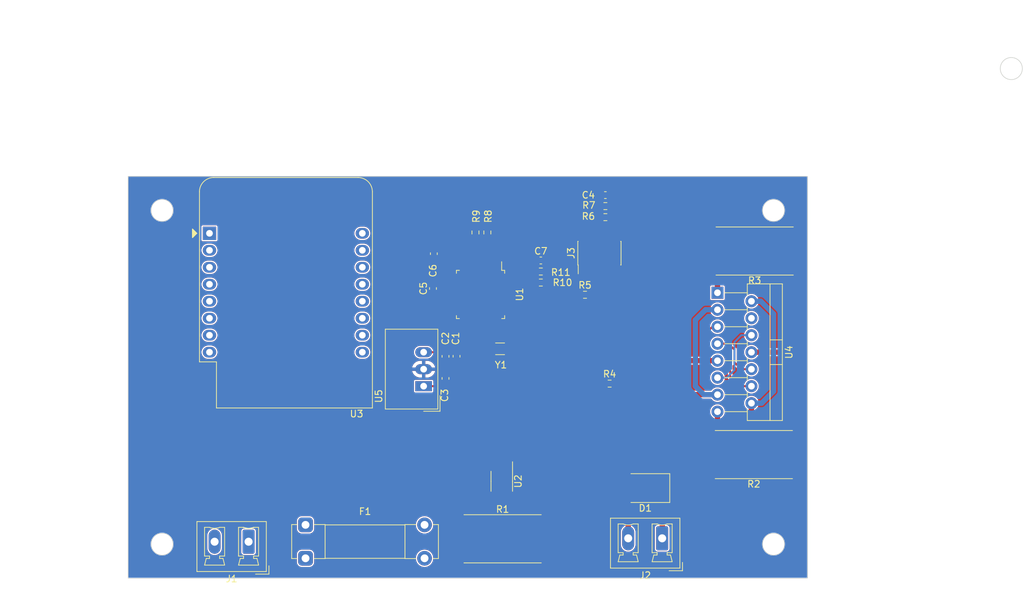
<source format=kicad_pcb>
(kicad_pcb (version 20221018) (generator pcbnew)
  (layers (0 "F.Cu" signal) (31 "B.Cu" signal) (34 "B.Paste" user) (35 "F.Paste" user) (36 "B.SilkS" user "B.Silkscreen") (37 "F.SilkS" user "F.Silkscreen") (38 "B.Mask" user) (39 "F.Mask" user) (44 "Edge.Cuts" user))
  (net 0 "")
  (net 1 "GND")
  (net 2 "/POWER/POWER_IN_POS")
  (net 3 "Net-(U4-SENSE_B)")
  (net 4 "Net-(U4-SENSE_A)")
  (net 5 "+5V")
  (net 6 "/uC/~{AVR_RERSET}")
  (net 7 "+3.3V")
  (net 8 "/POWER/POWER_IN_NEG")
  (net 12 "/uC/AVR_UPDI")
  (net 14 "Net-(J3-Pin_6)")
  (net 19 "Net-(U1-VDD-Pad14)")
  (net 20 "Net-(U1-GND-Pad15)")
  (net 35 "/uC/I2C_1_SDA")
  (net 36 "/uC/I2C_1_SCL")
  (net 37 "/uC/UART_0_RXD")
  (net 38 "/uC/UART_0_XCK")
  (net 39 "/uC/UART_0_XDIR")
  (net 40 "/uC/UART_3_TXD")
  (net 41 "/uC/UART_3_RXD")
  (net 42 "/uC/SPI_0_MOSI")
  (net 43 "/uC/SPI_0_MISO")
  (net 44 "/uC/SPI_0_SCLK")
  (net 45 "/uC/SPI_0_CS")
  (net 48 "Net-(U1-XTAL32K1{slash}PF0)")
  (net 49 "Net-(U1-XTAL32K2{slash}PF1)")
  (net 50 "/uC/AIN_CH_18")
  (net 51 "/POWER_OUTPUT/LOOP_B")
  (net 52 "/POWER_OUTPUT/LOOP_A")
  (net 53 "/POWER_OUTPUT/IN_1")
  (net 54 "/POWER_OUTPUT/{slash}ALERT")
  (net 55 "/POWER_OUTPUT/SDA")
  (net 56 "/POWER_OUTPUT/SCL")
  (net 57 "/POWER_OUTPUT/EN")
  (net 58 "/POWER_OUTPUT/IN_2")
  (net 59 "/uC/AIN_CH_19")
  (net 60 "/uC/AIN_CH_20")
  (net 75 "/uC/AIN_CH_21")
  (net 76 "/uC/UART_0_TXD")
  (net 77 "Net-(U2-Vbus)")
  (net 78 "Net-(U2-Vin-)")
  (footprint "Resistor_SMD:R_0603_1608Metric" (layer "F.Cu") (at 117.221 62.611 90)
    (fp_text reference "R8" (at 2.413 0.127 90) (layer "F.SilkS"))
    (fp_text value "4k7")
    (fp_line (start -0.237258 -0.5225) (end 0.237258 -0.5225) (stroke (width 0.12)) (layer "F.SilkS"))
    (fp_line (start -0.237258 0.5225) (end 0.237258 0.5225) (stroke (width 0.12)) (layer "F.SilkS"))
    (pad "1" smd roundrect (at -0.825 0 90) (size 0.8 0.95) (layers "F.Cu" "F.Paste" "F.Mask") (net 35 "/uC/I2C_1_SDA"))
    (pad "2" smd roundrect (at 0.825 0 90) (size 0.8 0.95) (layers "F.Cu" "F.Paste" "F.Mask") (net 7 "+3.3V"))
  )
  (footprint "Package_QFP:TQFP-48_7x7mm_P0.5mm" (layer "F.Cu") (at 116.205 71.882 -90)
    (fp_text reference "U1" (at 0 -5.85 90) (layer "F.SilkS"))
    (fp_text value "AVR128DA48x-xPT")
    (fp_line (start -3.61 -3.61) (end -3.61 -3.16) (stroke (width 0.12)) (layer "F.SilkS"))
    (fp_line (start -3.61 -3.16) (end -4.9 -3.16) (stroke (width 0.12)) (layer "F.SilkS"))
    (fp_line (start -3.61 3.61) (end -3.61 3.16) (stroke (width 0.12)) (layer "F.SilkS"))
    (fp_line (start -3.16 -3.61) (end -3.61 -3.61) (stroke (width 0.12)) (layer "F.SilkS"))
    (fp_line (start -3.16 3.61) (end -3.61 3.61) (stroke (width 0.12)) (layer "F.SilkS"))
    (fp_line (start 3.16 -3.61) (end 3.61 -3.61) (stroke (width 0.12)) (layer "F.SilkS"))
    (fp_line (start 3.16 3.61) (end 3.61 3.61) (stroke (width 0.12)) (layer "F.SilkS"))
    (fp_line (start 3.61 -3.61) (end 3.61 -3.16) (stroke (width 0.12)) (layer "F.SilkS"))
    (fp_line (start 3.61 3.61) (end 3.61 3.16) (stroke (width 0.12)) (layer "F.SilkS"))
    (pad "1" smd roundrect (at -4.1625 -2.75 270) (size 1.475 0.3) (layers "F.Cu" "F.Paste" "F.Mask") (net 37 "/uC/UART_0_RXD"))
    (pad "2" smd roundrect (at -4.1625 -2.25 270) (size 1.475 0.3) (layers "F.Cu" "F.Paste" "F.Mask") (net 38 "/uC/UART_0_XCK"))
    (pad "3" smd roundrect (at -4.1625 -1.75 270) (size 1.475 0.3) (layers "F.Cu" "F.Paste" "F.Mask") (net 39 "/uC/UART_0_XDIR"))
    (pad "4" smd roundrect (at -4.1625 -1.25 270) (size 1.475 0.3) (layers "F.Cu" "F.Paste" "F.Mask"))
    (pad "5" smd roundrect (at -4.1625 -0.75 270) (size 1.475 0.3) (layers "F.Cu" "F.Paste" "F.Mask"))
    (pad "6" smd roundrect (at -4.1625 -0.25 270) (size 1.475 0.3) (layers "F.Cu" "F.Paste" "F.Mask") (net 35 "/uC/I2C_1_SDA"))
    (pad "7" smd roundrect (at -4.1625 0.25 270) (size 1.475 0.3) (layers "F.Cu" "F.Paste" "F.Mask") (net 36 "/uC/I2C_1_SCL"))
    (pad "8" smd roundrect (at -4.1625 0.75 270) (size 1.475 0.3) (layers "F.Cu" "F.Paste" "F.Mask") (net 40 "/uC/UART_3_TXD"))
    (pad "9" smd roundrect (at -4.1625 1.25 270) (size 1.475 0.3) (layers "F.Cu" "F.Paste" "F.Mask") (net 41 "/uC/UART_3_RXD"))
    (pad "10" smd roundrect (at -4.1625 1.75 270) (size 1.475 0.3) (layers "F.Cu" "F.Paste" "F.Mask") (net 57 "/POWER_OUTPUT/EN"))
    (pad "11" smd roundrect (at -4.1625 2.25 270) (size 1.475 0.3) (layers "F.Cu" "F.Paste" "F.Mask") (net 54 "/POWER_OUTPUT/{slash}ALERT"))
    (pad "12" smd roundrect (at -4.1625 2.75 270) (size 1.475 0.3) (layers "F.Cu" "F.Paste" "F.Mask"))
    (pad "13" smd roundrect (at -2.75 4.1625 270) (size 0.3 1.475) (layers "F.Cu" "F.Paste" "F.Mask"))
    (pad "14" smd roundrect (at -2.25 4.1625 270) (size 0.3 1.475) (layers "F.Cu" "F.Paste" "F.Mask") (net 19 "Net-(U1-VDD-Pad14)"))
    (pad "15" smd roundrect (at -1.75 4.1625 270) (size 0.3 1.475) (layers "F.Cu" "F.Paste" "F.Mask") (net 20 "Net-(U1-GND-Pad15)"))
    (pad "16" smd roundrect (at -1.25 4.1625 270) (size 0.3 1.475) (layers "F.Cu" "F.Paste" "F.Mask"))
    (pad "17" smd roundrect (at -0.75 4.1625 270) (size 0.3 1.475) (layers "F.Cu" "F.Paste" "F.Mask"))
    (pad "18" smd roundrect (at -0.25 4.1625 270) (size 0.3 1.475) (layers "F.Cu" "F.Paste" "F.Mask"))
    (pad "19" smd roundrect (at 0.25 4.1625 270) (size 0.3 1.475) (layers "F.Cu" "F.Paste" "F.Mask"))
    (pad "20" smd roundrect (at 0.75 4.1625 270) (size 0.3 1.475) (layers "F.Cu" "F.Paste" "F.Mask"))
    (pad "21" smd roundrect (at 1.25 4.1625 270) (size 0.3 1.475) (layers "F.Cu" "F.Paste" "F.Mask"))
    (pad "22" smd roundrect (at 1.75 4.1625 270) (size 0.3 1.475) (layers "F.Cu" "F.Paste" "F.Mask"))
    (pad "23" smd roundrect (at 2.25 4.1625 270) (size 0.3 1.475) (layers "F.Cu" "F.Paste" "F.Mask"))
    (pad "24" smd roundrect (at 2.75 4.1625 270) (size 0.3 1.475) (layers "F.Cu" "F.Paste" "F.Mask"))
    (pad "25" smd roundrect (at 4.1625 2.75 270) (size 1.475 0.3) (layers "F.Cu" "F.Paste" "F.Mask"))
    (pad "26" smd roundrect (at 4.1625 2.25 270) (size 1.475 0.3) (layers "F.Cu" "F.Paste" "F.Mask"))
    (pad "27" smd roundrect (at 4.1625 1.75 270) (size 1.475 0.3) (layers "F.Cu" "F.Paste" "F.Mask"))
    (pad "28" smd roundrect (at 4.1625 1.25 270) (size 1.475 0.3) (layers "F.Cu" "F.Paste" "F.Mask"))
    (pad "29" smd roundrect (at 4.1625 0.75 270) (size 1.475 0.3) (layers "F.Cu" "F.Paste" "F.Mask") (net 20 "Net-(U1-GND-Pad15)"))
    (pad "30" smd roundrect (at 4.1625 0.25 270) (size 1.475 0.3) (layers "F.Cu" "F.Paste" "F.Mask") (net 42 "/uC/SPI_0_MOSI"))
    (pad "31" smd roundrect (at 4.1625 -0.25 270) (size 1.475 0.3) (layers "F.Cu" "F.Paste" "F.Mask") (net 43 "/uC/SPI_0_MISO"))
    (pad "32" smd roundrect (at 4.1625 -0.75 270) (size 1.475 0.3) (layers "F.Cu" "F.Paste" "F.Mask") (net 44 "/uC/SPI_0_SCLK"))
    (pad "33" smd roundrect (at 4.1625 -1.25 270) (size 1.475 0.3) (layers "F.Cu" "F.Paste" "F.Mask") (net 45 "/uC/SPI_0_CS"))
    (pad "34" smd roundrect (at 4.1625 -1.75 270) (size 1.475 0.3) (layers "F.Cu" "F.Paste" "F.Mask") (net 48 "Net-(U1-XTAL32K1{slash}PF0)"))
    (pad "35" smd roundrect (at 4.1625 -2.25 270) (size 1.475 0.3) (layers "F.Cu" "F.Paste" "F.Mask") (net 49 "Net-(U1-XTAL32K2{slash}PF1)"))
    (pad "36" smd roundrect (at 4.1625 -2.75 270) (size 1.475 0.3) (layers "F.Cu" "F.Paste" "F.Mask") (net 50 "/uC/AIN_CH_18"))
    (pad "37" smd roundrect (at 2.75 -4.1625 270) (size 0.3 1.475) (layers "F.Cu" "F.Paste" "F.Mask") (net 59 "/uC/AIN_CH_19"))
    (pad "38" smd roundrect (at 2.25 -4.1625 270) (size 0.3 1.475) (layers "F.Cu" "F.Paste" "F.Mask") (net 60 "/uC/AIN_CH_20"))
    (pad "39" smd roundrect (at 1.75 -4.1625 270) (size 0.3 1.475) (layers "F.Cu" "F.Paste" "F.Mask") (net 75 "/uC/AIN_CH_21"))
    (pad "40" smd roundrect (at 1.25 -4.1625 270) (size 0.3 1.475) (layers "F.Cu" "F.Paste" "F.Mask") (net 6 "/uC/~{AVR_RERSET}"))
    (pad "41" smd roundrect (at 0.75 -4.1625 270) (size 0.3 1.475) (layers "F.Cu" "F.Paste" "F.Mask") (net 12 "/uC/AVR_UPDI"))
    (pad "42" smd roundrect (at 0.25 -4.1625 270) (size 0.3 1.475) (layers "F.Cu" "F.Paste" "F.Mask") (net 19 "Net-(U1-VDD-Pad14)"))
    (pad "43" smd roundrect (at -0.25 -4.1625 270) (size 0.3 1.475) (layers "F.Cu" "F.Paste" "F.Mask") (net 20 "Net-(U1-GND-Pad15)"))
    (pad "44" smd roundrect (at -0.75 -4.1625 270) (size 0.3 1.475) (layers "F.Cu" "F.Paste" "F.Mask"))
    (pad "45" smd roundrect (at -1.25 -4.1625 270) (size 0.3 1.475) (layers "F.Cu" "F.Paste" "F.Mask"))
    (pad "46" smd roundrect (at -1.75 -4.1625 270) (size 0.3 1.475) (layers "F.Cu" "F.Paste" "F.Mask") (net 55 "/POWER_OUTPUT/SDA"))
    (pad "47" smd roundrect (at -2.25 -4.1625 270) (size 0.3 1.475) (layers "F.Cu" "F.Paste" "F.Mask") (net 56 "/POWER_OUTPUT/SCL"))
    (pad "48" smd roundrect (at -2.75 -4.1625 270) (size 0.3 1.475) (layers "F.Cu" "F.Paste" "F.Mask") (net 76 "/uC/UART_0_TXD"))
  )
  (footprint "Converter_DCDC:Converter_DCDC_TRACO_TSR-1_THT" (layer "F.Cu") (at 107.696 85.598 90)
    (fp_text reference "U5" (at -1.5 -6.71 90) (layer "F.SilkS"))
    (fp_text value "TSR_1-2450")
    (fp_line (start -3.75 0) (end -3.75 2.45) (stroke (width 0.12)) (layer "F.SilkS"))
    (fp_line (start -3.75 2.45) (end -1.42 2.45) (stroke (width 0.12)) (layer "F.SilkS"))
    (fp_line (start -3.42 -5.73) (end 8.52 -5.73) (stroke (width 0.12)) (layer "F.SilkS"))
    (fp_line (start -3.42 2.12) (end -3.42 -5.73) (stroke (width 0.12)) (layer "F.SilkS"))
    (fp_line (start 8.52 -5.73) (end 8.52 2.12) (stroke (width 0.12)) (layer "F.SilkS"))
    (fp_line (start 8.52 2.12) (end -3.42 2.12) (stroke (width 0.12)) (layer "F.SilkS"))
    (pad "1" thru_hole rect (at 0 0 90) (size 1.5 2.5) (drill 1) (layers "*.Cu" "*.Mask") (net 2 "/POWER/POWER_IN_POS"))
    (pad "2" thru_hole oval (at 2.54 0 90) (size 1.5 2.5) (drill 1) (layers "*.Cu" "*.Mask") (net 1 "GND"))
    (pad "3" thru_hole oval (at 5.08 0 90) (size 1.5 2.5) (drill 1) (layers "*.Cu" "*.Mask") (net 5 "+5V"))
  )
  (footprint "Package_TO_SOT_THT:TO-220-15_P2.54x2.54mm_StaggerOdd_Lead4.58mm_Vertical" (layer "F.Cu") (at 151.638 71.628 -90)
    (fp_text reference "U4" (at 8.89 -10.7 90) (layer "F.SilkS"))
    (fp_text value "L298N")
    (fp_line (start -1.33 -9.7) (end -1.33 -4.459) (stroke (width 0.12)) (layer "F.SilkS"))
    (fp_line (start -1.33 -9.7) (end 19.11 -9.7) (stroke (width 0.12)) (layer "F.SilkS"))
    (fp_line (start -1.33 -7.86) (end 19.11 -7.86) (stroke (width 0.12)) (layer "F.SilkS"))
    (fp_line (start -1.33 -4.459) (end 0.346 -4.459) (stroke (width 0.12)) (layer "F.SilkS"))
    (fp_line (start 0 -4.459) (end 0 -1.05) (stroke (width 0.12)) (layer "F.SilkS"))
    (fp_line (start 2.195 -4.459) (end 2.886 -4.459) (stroke (width 0.12)) (layer "F.SilkS"))
    (fp_line (start 2.54 -4.459) (end 2.54 -1.065) (stroke (width 0.12)) (layer "F.SilkS"))
    (fp_line (start 4.735 -4.459) (end 5.426 -4.459) (stroke (width 0.12)) (layer "F.SilkS"))
    (fp_line (start 5.08 -4.459) (end 5.08 -1.065) (stroke (width 0.12)) (layer "F.SilkS"))
    (fp_line (start 7.041 -9.7) (end 7.041 -7.86) (stroke (width 0.12)) (layer "F.SilkS"))
    (fp_line (start 7.275 -4.459) (end 7.966 -4.459) (stroke (width 0.12)) (layer "F.SilkS"))
    (fp_line (start 7.62 -4.459) (end 7.62 -1.065) (stroke (width 0.12)) (layer "F.SilkS"))
    (fp_line (start 9.815 -4.459) (end 10.506 -4.459) (stroke (width 0.12)) (layer "F.SilkS"))
    (fp_line (start 10.16 -4.459) (end 10.16 -1.065) (stroke (width 0.12)) (layer "F.SilkS"))
    (fp_line (start 10.74 -9.7) (end 10.74 -7.86) (stroke (width 0.12)) (layer "F.SilkS"))
    (fp_line (start 12.355 -4.459) (end 13.046 -4.459) (stroke (width 0.12)) (layer "F.SilkS"))
    (fp_line (start 12.7 -4.459) (end 12.7 -1.065) (stroke (width 0.12)) (layer "F.SilkS"))
    (fp_line (start 14.895 -4.459) (end 15.586 -4.459) (stroke (width 0.12)) (layer "F.SilkS"))
    (fp_line (start 15.24 -4.459) (end 15.24 -1.065) (stroke (width 0.12)) (layer "F.SilkS"))
    (fp_line (start 17.435 -4.459) (end 19.11 -4.459) (stroke (width 0.12)) (layer "F.SilkS"))
    (fp_line (start 17.78 -4.459) (end 17.78 -1.065) (stroke (width 0.12)) (layer "F.SilkS"))
    (fp_line (start 19.11 -9.7) (end 19.11 -4.459) (stroke (width 0.12)) (layer "F.SilkS"))
    (pad "1" thru_hole rect (at 0 0 270) (size 1.8 1.8) (drill 1) (layers "*.Cu" "*.Mask") (net 4 "Net-(U4-SENSE_A)"))
    (pad "2" thru_hole oval (at 1.27 -5.08 270) (size 1.8 1.8) (drill 1) (layers "*.Cu" "*.Mask") (net 52 "/POWER_OUTPUT/LOOP_A"))
    (pad "3" thru_hole oval (at 2.54 0 270) (size 1.8 1.8) (drill 1) (layers "*.Cu" "*.Mask") (net 51 "/POWER_OUTPUT/LOOP_B"))
    (pad "4" thru_hole oval (at 3.81 -5.08 270) (size 1.8 1.8) (drill 1) (layers "*.Cu" "*.Mask") (net 78 "Net-(U2-Vin-)"))
    (pad "5" thru_hole oval (at 5.08 0 270) (size 1.8 1.8) (drill 1) (layers "*.Cu" "*.Mask") (net 53 "/POWER_OUTPUT/IN_1"))
    (pad "6" thru_hole oval (at 6.35 -5.08 270) (size 1.8 1.8) (drill 1) (layers "*.Cu" "*.Mask") (net 57 "/POWER_OUTPUT/EN"))
    (pad "7" thru_hole oval (at 7.62 0 270) (size 1.8 1.8) (drill 1) (layers "*.Cu" "*.Mask") (net 58 "/POWER_OUTPUT/IN_2"))
    (pad "8" thru_hole oval (at 8.89 -5.08 270) (size 1.8 1.8) (drill 1) (layers "*.Cu" "*.Mask") (net 8 "/POWER/POWER_IN_NEG"))
    (pad "9" thru_hole oval (at 10.16 0 270) (size 1.8 1.8) (drill 1) (layers "*.Cu" "*.Mask") (net 5 "+5V"))
    (pad "10" thru_hole oval (at 11.43 -5.08 270) (size 1.8 1.8) (drill 1) (layers "*.Cu" "*.Mask") (net 58 "/POWER_OUTPUT/IN_2"))
    (pad "11" thru_hole oval (at 12.7 0 270) (size 1.8 1.8) (drill 1) (layers "*.Cu" "*.Mask") (net 57 "/POWER_OUTPUT/EN"))
    (pad "12" thru_hole oval (at 13.97 -5.08 270) (size 1.8 1.8) (drill 1) (layers "*.Cu" "*.Mask") (net 53 "/POWER_OUTPUT/IN_1"))
    (pad "13" thru_hole oval (at 15.24 0 270) (size 1.8 1.8) (drill 1) (layers "*.Cu" "*.Mask") (net 51 "/POWER_OUTPUT/LOOP_B"))
    (pad "14" thru_hole oval (at 16.51 -5.08 270) (size 1.8 1.8) (drill 1) (layers "*.Cu" "*.Mask") (net 52 "/POWER_OUTPUT/LOOP_A"))
    (pad "15" thru_hole oval (at 17.78 0 270) (size 1.8 1.8) (drill 1) (layers "*.Cu" "*.Mask") (net 3 "Net-(U4-SENSE_B)"))
  )
  (footprint "Resistor_SMD:R_0603_1608Metric" (layer "F.Cu") (at 134.874 58.674)
    (fp_text reference "R7" (at -2.476 -0.127) (layer "F.SilkS"))
    (fp_text value "47K")
    (fp_line (start -0.237258 -0.5225) (end 0.237258 -0.5225) (stroke (width 0.12)) (layer "F.SilkS"))
    (fp_line (start -0.237258 0.5225) (end 0.237258 0.5225) (stroke (width 0.12)) (layer "F.SilkS"))
    (pad "1" smd roundrect (at -0.825 0) (size 0.8 0.95) (layers "F.Cu" "F.Paste" "F.Mask") (net 7 "+3.3V"))
    (pad "2" smd roundrect (at 0.825 0) (size 0.8 0.95) (layers "F.Cu" "F.Paste" "F.Mask") (net 6 "/uC/~{AVR_RERSET}"))
  )
  (footprint "Resistor_SMD:R_Shunt_Vishay_WSR2_WSR3_KelvinConnection" (layer "F.Cu") (at 157.075 95.541 180)
    (fp_text reference "R2" (at 0 -4.7) (layer "F.SilkS"))
    (fp_text value "0.01")
    (fp_line (start -5.78 -3.89) (end 5.78 -3.89) (stroke (width 0.12)) (layer "F.SilkS"))
    (fp_line (start -5.78 3.31) (end 5.78 3.31) (stroke (width 0.12)) (layer "F.SilkS"))
    (pad "1" smd rect (at -6.29 2.91 180) (size 0.51 0.6) (layers "F.Cu" "F.Paste" "F.Mask") (net 8 "/POWER/POWER_IN_NEG"))
    (pad "1" smd rect (at -4.575 -0.29 180) (size 3.94 5.84) (layers "F.Cu" "F.Paste" "F.Mask") (net 8 "/POWER/POWER_IN_NEG"))
    (pad "2" smd rect (at 4.575 -0.29 180) (size 3.94 5.84) (layers "F.Cu" "F.Paste" "F.Mask") (net 3 "Net-(U4-SENSE_B)"))
    (pad "2" smd rect (at 6.29 2.91 180) (size 0.51 0.6) (layers "F.Cu" "F.Paste" "F.Mask") (net 3 "Net-(U4-SENSE_B)"))
  )
  (footprint "Resistor_SMD:R_0603_1608Metric" (layer "F.Cu") (at 131.826 71.927)
    (fp_text reference "R5" (at 0 -1.43) (layer "F.SilkS"))
    (fp_text value "47K")
    (fp_line (start -0.237258 -0.5225) (end 0.237258 -0.5225) (stroke (width 0.12)) (layer "F.SilkS"))
    (fp_line (start -0.237258 0.5225) (end 0.237258 0.5225) (stroke (width 0.12)) (layer "F.SilkS"))
    (pad "1" smd roundrect (at -0.825 0) (size 0.8 0.95) (layers "F.Cu" "F.Paste" "F.Mask") (net 7 "+3.3V"))
    (pad "2" smd roundrect (at 0.825 0) (size 0.8 0.95) (layers "F.Cu" "F.Paste" "F.Mask") (net 12 "/uC/AVR_UPDI"))
  )
  (footprint "Resistor_SMD:R_0603_1608Metric" (layer "F.Cu") (at 135.509 85.217)
    (fp_text reference "R4" (at 0 -1.43) (layer "F.SilkS"))
    (fp_text value "0R0")
    (fp_line (start -0.237258 -0.5225) (end 0.237258 -0.5225) (stroke (width 0.12)) (layer "F.SilkS"))
    (fp_line (start -0.237258 0.5225) (end 0.237258 0.5225) (stroke (width 0.12)) (layer "F.SilkS"))
    (pad "1" smd roundrect (at -0.825 0) (size 0.8 0.95) (layers "F.Cu" "F.Paste" "F.Mask") (net 8 "/POWER/POWER_IN_NEG"))
    (pad "2" smd roundrect (at 0.825 0) (size 0.8 0.95) (layers "F.Cu" "F.Paste" "F.Mask") (net 1 "GND"))
  )
  (footprint "Capacitor_SMD:C_0603_1608Metric" (layer "F.Cu") (at 109.093 70.993 90)
    (fp_text reference "C5" (at 0 -1.43 90) (layer "F.SilkS"))
    (fp_text value "100n")
    (fp_line (start -0.14058 -0.51) (end 0.14058 -0.51) (stroke (width 0.12)) (layer "F.SilkS"))
    (fp_line (start -0.14058 0.51) (end 0.14058 0.51) (stroke (width 0.12)) (layer "F.SilkS"))
    (pad "1" smd roundrect (at -0.775 0 90) (size 0.9 0.95) (layers "F.Cu" "F.Paste" "F.Mask") (net 7 "+3.3V"))
    (pad "2" smd roundrect (at 0.775 0 90) (size 0.9 0.95) (layers "F.Cu" "F.Paste" "F.Mask") (net 1 "GND"))
  )
  (footprint "Resistor_SMD:R_0603_1608Metric" (layer "F.Cu") (at 125.222 70.104)
    (fp_text reference "R10" (at 3.239 0) (layer "F.SilkS"))
    (fp_text value "4k7")
    (fp_line (start -0.237258 -0.5225) (end 0.237258 -0.5225) (stroke (width 0.12)) (layer "F.SilkS"))
    (fp_line (start -0.237258 0.5225) (end 0.237258 0.5225) (stroke (width 0.12)) (layer "F.SilkS"))
    (pad "1" smd roundrect (at -0.825 0) (size 0.8 0.95) (layers "F.Cu" "F.Paste" "F.Mask") (net 55 "/POWER_OUTPUT/SDA"))
    (pad "2" smd roundrect (at 0.825 0) (size 0.8 0.95) (layers "F.Cu" "F.Paste" "F.Mask") (net 7 "+3.3V"))
  )
  (footprint "Resistor_SMD:R_0603_1608Metric" (layer "F.Cu") (at 134.874 60.325)
    (fp_text reference "R6" (at -2.54 -0.127) (layer "F.SilkS"))
    (fp_text value "33R")
    (fp_line (start -0.237258 -0.5225) (end 0.237258 -0.5225) (stroke (width 0.12)) (layer "F.SilkS"))
    (fp_line (start -0.237258 0.5225) (end 0.237258 0.5225) (stroke (width 0.12)) (layer "F.SilkS"))
    (pad "1" smd roundrect (at -0.825 0) (size 0.8 0.95) (layers "F.Cu" "F.Paste" "F.Mask") (net 14 "Net-(J3-Pin_6)"))
    (pad "2" smd roundrect (at 0.825 0) (size 0.8 0.95) (layers "F.Cu" "F.Paste" "F.Mask") (net 6 "/uC/~{AVR_RERSET}"))
  )
  (footprint "Connector_Phoenix_MC_HighVoltage:PhoenixContact_MCV_1,5_2-G-5.08_1x02_P5.08mm_Vertical" (layer "F.Cu") (at 81.5165 108.8585 180)
    (fp_text reference "J1" (at 2.54 -5.55) (layer "F.SilkS"))
    (fp_text value "Conn_01x02")
    (fp_line (start -3.04 -4.85) (end -1.04 -4.85) (stroke (width 0.12)) (layer "F.SilkS"))
    (fp_line (start -3.04 -3.6) (end -3.04 -4.85) (stroke (width 0.12)) (layer "F.SilkS"))
    (fp_line (start -2.65 -4.46) (end -2.65 3.01) (stroke (width 0.12)) (layer "F.SilkS"))
    (fp_line (start -2.65 3.01) (end 7.73 3.01) (stroke (width 0.12)) (layer "F.SilkS"))
    (fp_line (start -1.5 -3.5) (end 1.5 -3.5) (stroke (width 0.12)) (layer "F.SilkS"))
    (fp_line (start -1.5 -2.15) (end -0.75 -2.15) (stroke (width 0.12)) (layer "F.SilkS"))
    (fp_line (start -1.5 2.15) (end -1.5 -2.15) (stroke (width 0.12)) (layer "F.SilkS"))
    (fp_line (start -1.25 -2.5) (end -1.5 -3.5) (stroke (width 0.12)) (layer "F.SilkS"))
    (fp_line (start -0.75 -2.5) (end -1.25 -2.5) (stroke (width 0.12)) (layer "F.SilkS"))
    (fp_line (start -0.75 -2.15) (end -0.75 -2.5) (stroke (width 0.12)) (layer "F.SilkS"))
    (fp_line (start -0.75 2.15) (end -1.5 2.15) (stroke (width 0.12)) (layer "F.SilkS"))
    (fp_line (start 0.75 -2.5) (end 0.75 -2.15) (stroke (width 0.12)) (layer "F.SilkS"))
    (fp_line (start 0.75 -2.15) (end 1.5 -2.15) (stroke (width 0.12)) (layer "F.SilkS"))
    (fp_line (start 1.25 -2.5) (end 0.75 -2.5) (stroke (width 0.12)) (layer "F.SilkS"))
    (fp_line (start 1.5 -3.5) (end 1.25 -2.5) (stroke (width 0.12)) (layer "F.SilkS"))
    (fp_line (start 1.5 -2.15) (end 1.5 2.15) (stroke (width 0.12)) (layer "F.SilkS"))
    (fp_line (start 1.5 2.15) (end 0.75 2.15) (stroke (width 0.12)) (layer "F.SilkS"))
    (fp_line (start 3.58 -3.5) (end 6.58 -3.5) (stroke (width 0.12)) (layer "F.SilkS"))
    (fp_line (start 3.58 -2.15) (end 4.33 -2.15) (stroke (width 0.12)) (layer "F.SilkS"))
    (fp_line (start 3.58 2.15) (end 3.58 -2.15) (stroke (width 0.12)) (layer "F.SilkS"))
    (fp_line (start 3.83 -2.5) (end 3.58 -3.5) (stroke (width 0.12)) (layer "F.SilkS"))
    (fp_line (start 4.33 -2.5) (end 3.83 -2.5) (stroke (width 0.12)) (layer "F.SilkS"))
    (fp_line (start 4.33 -2.15) (end 4.33 -2.5) (stroke (width 0.12)) (layer "F.SilkS"))
    (fp_line (start 4.33 2.15) (end 3.58 2.15) (stroke (width 0.12)) (layer "F.SilkS"))
    (fp_line (start 5.83 -2.5) (end 5.83 -2.15) (stroke (width 0.12)) (layer "F.SilkS"))
    (fp_line (start 5.83 -2.15) (end 6.58 -2.15) (stroke (width 0.12)) (layer "F.SilkS"))
    (fp_line (start 6.33 -2.5) (end 5.83 -2.5) (stroke (width 0.12)) (layer "F.SilkS"))
    (fp_line (start 6.58 -3.5) (end 6.33 -2.5) (stroke (width 0.12)) (layer "F.SilkS"))
    (fp_line (start 6.58 -2.15) (end 6.58 2.15) (stroke (width 0.12)) (layer "F.SilkS"))
    (fp_line (start 6.58 2.15) (end 5.83 2.15) (stroke (width 0.12)) (layer "F.SilkS"))
    (fp_line (start 7.73 -4.46) (end -2.65 -4.46) (stroke (width 0.12)) (layer "F.SilkS"))
    (fp_line (start 7.73 3.01) (end 7.73 -4.46) (stroke (width 0.12)) (layer "F.SilkS"))
    (fp_arc (start -0.75 2.15) (mid -0.000193 1.99191) (end 0.749647 2.149844) (stroke (width 0.12)) (layer "F.SilkS"))
    (fp_arc (start 4.33 2.15) (mid 5.079807 1.99191) (end 5.829647 2.149844) (stroke (width 0.12)) (layer "F.SilkS"))
    (pad "1" thru_hole roundrect (at 0 0 180) (size 1.8 3.6) (drill 1.2) (layers "*.Cu" "*.Mask") (roundrect_rratio 0.138889) (net 2 "/POWER/POWER_IN_POS"))
    (pad "2" thru_hole oval (at 5.08 0 180) (size 1.8 3.6) (drill 1.2) (layers "*.Cu" "*.Mask") (net 8 "/POWER/POWER_IN_NEG"))
  )
  (footprint "Capacitor_SMD:C_0603_1608Metric" (layer "F.Cu") (at 112.6175 81.1205 -90)
    (fp_text reference "C1" (at -2.654 0.127 90) (layer "F.SilkS"))
    (fp_text value "100nF")
    (fp_line (start -0.14058 -0.51) (end 0.14058 -0.51) (stroke (width 0.12)) (layer "F.SilkS"))
    (fp_line (start -0.14058 0.51) (end 0.14058 0.51) (stroke (width 0.12)) (layer "F.SilkS"))
    (pad "1" smd roundrect (at -0.775 0 270) (size 0.9 0.95) (layers "F.Cu" "F.Paste" "F.Mask") (net 5 "+5V"))
    (pad "2" smd roundrect (at 0.775 0 270) (size 0.9 0.95) (layers "F.Cu" "F.Paste" "F.Mask") (net 1 "GND"))
  )
  (footprint "Connector_Phoenix_MC_HighVoltage:PhoenixContact_MCV_1,5_2-G-5.08_1x02_P5.08mm_Vertical" (layer "F.Cu") (at 143.3655 108.3505 180)
    (fp_text reference "J2" (at 2.54 -5.55) (layer "F.SilkS"))
    (fp_text value "Conn_01x02")
    (fp_line (start -3.04 -4.85) (end -1.04 -4.85) (stroke (width 0.12)) (layer "F.SilkS"))
    (fp_line (start -3.04 -3.6) (end -3.04 -4.85) (stroke (width 0.12)) (layer "F.SilkS"))
    (fp_line (start -2.65 -4.46) (end -2.65 3.01) (stroke (width 0.12)) (layer "F.SilkS"))
    (fp_line (start -2.65 3.01) (end 7.73 3.01) (stroke (width 0.12)) (layer "F.SilkS"))
    (fp_line (start -1.5 -3.5) (end 1.5 -3.5) (stroke (width 0.12)) (layer "F.SilkS"))
    (fp_line (start -1.5 -2.15) (end -0.75 -2.15) (stroke (width 0.12)) (layer "F.SilkS"))
    (fp_line (start -1.5 2.15) (end -1.5 -2.15) (stroke (width 0.12)) (layer "F.SilkS"))
    (fp_line (start -1.25 -2.5) (end -1.5 -3.5) (stroke (width 0.12)) (layer "F.SilkS"))
    (fp_line (start -0.75 -2.5) (end -1.25 -2.5) (stroke (width 0.12)) (layer "F.SilkS"))
    (fp_line (start -0.75 -2.15) (end -0.75 -2.5) (stroke (width 0.12)) (layer "F.SilkS"))
    (fp_line (start -0.75 2.15) (end -1.5 2.15) (stroke (width 0.12)) (layer "F.SilkS"))
    (fp_line (start 0.75 -2.5) (end 0.75 -2.15) (stroke (width 0.12)) (layer "F.SilkS"))
    (fp_line (start 0.75 -2.15) (end 1.5 -2.15) (stroke (width 0.12)) (layer "F.SilkS"))
    (fp_line (start 1.25 -2.5) (end 0.75 -2.5) (stroke (width 0.12)) (layer "F.SilkS"))
    (fp_line (start 1.5 -3.5) (end 1.25 -2.5) (stroke (width 0.12)) (layer "F.SilkS"))
    (fp_line (start 1.5 -2.15) (end 1.5 2.15) (stroke (width 0.12)) (layer "F.SilkS"))
    (fp_line (start 1.5 2.15) (end 0.75 2.15) (stroke (width 0.12)) (layer "F.SilkS"))
    (fp_line (start 3.58 -3.5) (end 6.58 -3.5) (stroke (width 0.12)) (layer "F.SilkS"))
    (fp_line (start 3.58 -2.15) (end 4.33 -2.15) (stroke (width 0.12)) (layer "F.SilkS"))
    (fp_line (start 3.58 2.15) (end 3.58 -2.15) (stroke (width 0.12)) (layer "F.SilkS"))
    (fp_line (start 3.83 -2.5) (end 3.58 -3.5) (stroke (width 0.12)) (layer "F.SilkS"))
    (fp_line (start 4.33 -2.5) (end 3.83 -2.5) (stroke (width 0.12)) (layer "F.SilkS"))
    (fp_line (start 4.33 -2.15) (end 4.33 -2.5) (stroke (width 0.12)) (layer "F.SilkS"))
    (fp_line (start 4.33 2.15) (end 3.58 2.15) (stroke (width 0.12)) (layer "F.SilkS"))
    (fp_line (start 5.83 -2.5) (end 5.83 -2.15) (stroke (width 0.12)) (layer "F.SilkS"))
    (fp_line (start 5.83 -2.15) (end 6.58 -2.15) (stroke (width 0.12)) (layer "F.SilkS"))
    (fp_line (start 6.33 -2.5) (end 5.83 -2.5) (stroke (width 0.12)) (layer "F.SilkS"))
    (fp_line (start 6.58 -3.5) (end 6.33 -2.5) (stroke (width 0.12)) (layer "F.SilkS"))
    (fp_line (start 6.58 -2.15) (end 6.58 2.15) (stroke (width 0.12)) (layer "F.SilkS"))
    (fp_line (start 6.58 2.15) (end 5.83 2.15) (stroke (width 0.12)) (layer "F.SilkS"))
    (fp_line (start 7.73 -4.46) (end -2.65 -4.46) (stroke (width 0.12)) (layer "F.SilkS"))
    (fp_line (start 7.73 3.01) (end 7.73 -4.46) (stroke (width 0.12)) (layer "F.SilkS"))
    (fp_arc (start -0.75 2.15) (mid -0.000193 1.99191) (end 0.749647 2.149844) (stroke (width 0.12)) (layer "F.SilkS"))
    (fp_arc (start 4.33 2.15) (mid 5.079807 1.99191) (end 5.829647 2.149844) (stroke (width 0.12)) (layer "F.SilkS"))
    (pad "1" thru_hole roundrect (at 0 0 180) (size 1.8 3.6) (drill 1.2) (layers "*.Cu" "*.Mask") (roundrect_rratio 0.138889) (net 52 "/POWER_OUTPUT/LOOP_A"))
    (pad "2" thru_hole oval (at 5.08 0 180) (size 1.8 3.6) (drill 1.2) (layers "*.Cu" "*.Mask") (net 51 "/POWER_OUTPUT/LOOP_B"))
  )
  (footprint "Capacitor_SMD:C_0603_1608Metric" (layer "F.Cu") (at 125.222 66.802 180)
    (fp_text reference "C7" (at 0 1.397) (layer "F.SilkS"))
    (fp_text value "100n")
    (fp_line (start -0.14058 -0.51) (end 0.14058 -0.51) (stroke (width 0.12)) (layer "F.SilkS"))
    (fp_line (start -0.14058 0.51) (end 0.14058 0.51) (stroke (width 0.12)) (layer "F.SilkS"))
    (pad "1" smd roundrect (at -0.775 0 180) (size 0.9 0.95) (layers "F.Cu" "F.Paste" "F.Mask") (net 7 "+3.3V"))
    (pad "2" smd roundrect (at 0.775 0 180) (size 0.9 0.95) (layers "F.Cu" "F.Paste" "F.Mask") (net 1 "GND"))
  )
  (footprint "Fuse:Fuseholder_Clip-5x20mm_Bel_FC-203-22_Lateral_P17.80x5.00mm_D1.17mm_Horizontal" (layer "F.Cu") (at 90.033 106.339)
    (fp_text reference "F1" (at 8.9 -2) (layer "F.SilkS"))
    (fp_text value "10A")
    (fp_line (start -2.07 5.04) (end -2.07 -0.04) (stroke (width 0.12)) (layer "F.SilkS"))
    (fp_line (start -1.3 -0.04) (end -2.07 -0.04) (stroke (width 0.12)) (layer "F.SilkS"))
    (fp_line (start -1.3 5.04) (end -2.07 5.04) (stroke (width 0.12)) (layer "F.SilkS"))
    (fp_line (start 2.93 -0.04) (end 1.3 -0.04) (stroke (width 0.12)) (layer "F.SilkS"))
    (fp_line (start 2.93 -0.04) (end 2.93 5.04) (stroke (width 0.12)) (layer "F.SilkS"))
    (fp_line (start 2.93 5.04) (end 1.3 5.04) (stroke (width 0.12)) (layer "F.SilkS"))
    (fp_line (start 14.87 -0.04) (end 14.87 5.04) (stroke (width 0.12)) (layer "F.SilkS"))
    (fp_line (start 14.87 0) (end 2.93 0) (stroke (width 0.12)) (layer "F.SilkS"))
    (fp_line (start 14.87 5) (end 2.93 5) (stroke (width 0.12)) (layer "F.SilkS"))
    (fp_line (start 16.5 -0.04) (end 14.87 -0.04) (stroke (width 0.12)) (layer "F.SilkS"))
    (fp_line (start 16.5 5.04) (end 14.87 5.04) (stroke (width 0.12)) (layer "F.SilkS"))
    (fp_line (start 19.1 -0.04) (end 19.87 -0.04) (stroke (width 0.12)) (layer "F.SilkS"))
    (fp_line (start 19.1 5.04) (end 19.87 5.04) (stroke (width 0.12)) (layer "F.SilkS"))
    (fp_line (start 19.87 -0.04) (end 19.87 5.04) (stroke (width 0.12)) (layer "F.SilkS"))
    (pad "1" thru_hole roundrect (at 0 0) (size 2.2 2.2) (drill 1.17) (layers "*.Cu" "*.Mask") (net 2 "/POWER/POWER_IN_POS"))
    (pad "1" thru_hole roundrect (at 0 5) (size 2.2 2.2) (drill 1.17) (layers "*.Cu" "*.Mask") (net 2 "/POWER/POWER_IN_POS"))
    (pad "2" thru_hole circle (at 17.8 0) (size 2.2 2.2) (drill 1.17) (layers "*.Cu" "*.Mask") (net 77 "Net-(U2-Vbus)"))
    (pad "2" thru_hole circle (at 17.8 5) (size 2.2 2.2) (drill 1.17) (layers "*.Cu" "*.Mask") (net 77 "Net-(U2-Vbus)"))
  )
  (footprint "Capacitor_SMD:C_0603_1608Metric" (layer "F.Cu") (at 110.9665 84.4355 90)
    (fp_text reference "C3" (at -2.54 -0.127 90) (layer "F.SilkS"))
    (fp_text value "100nF")
    (fp_line (start -0.14058 -0.51) (end 0.14058 -0.51) (stroke (width 0.12)) (layer "F.SilkS"))
    (fp_line (start -0.14058 0.51) (end 0.14058 0.51) (stroke (width 0.12)) (layer "F.SilkS"))
    (pad "1" smd roundrect (at -0.775 0 90) (size 0.9 0.95) (layers "F.Cu" "F.Paste" "F.Mask") (net 2 "/POWER/POWER_IN_POS"))
    (pad "2" smd roundrect (at 0.775 0 90) (size 0.9 0.95) (layers "F.Cu" "F.Paste" "F.Mask") (net 1 "GND"))
  )
  (footprint "Connector_PinHeader_1.27mm:PinHeader_2x05_P1.27mm_Vertical_SMD" (layer "F.Cu") (at 133.985 65.704 90)
    (fp_text reference "J3" (at 0 -4.235 90) (layer "F.SilkS"))
    (fp_text value "Conn_02x05_Row_Letter_Last")
    (fp_line (start -3.09 -3.17) (end -1.765 -3.17) (stroke (width 0.12)) (layer "F.SilkS"))
    (fp_line (start -1.765 -3.235) (end -1.765 -3.17) (stroke (width 0.12)) (layer "F.SilkS"))
    (fp_line (start -1.765 -3.235) (end 1.765 -3.235) (stroke (width 0.12)) (layer "F.SilkS"))
    (fp_line (start -1.765 3.17) (end -1.765 3.235) (stroke (width 0.12)) (layer "F.SilkS"))
    (fp_line (start -1.765 3.235) (end 1.765 3.235) (stroke (width 0.12)) (layer "F.SilkS"))
    (fp_line (start 1.765 -3.235) (end 1.765 -3.17) (stroke (width 0.12)) (layer "F.SilkS"))
    (fp_line (start 1.765 3.17) (end 1.765 3.235) (stroke (width 0.12)) (layer "F.SilkS"))
    (pad "1" smd rect (at -1.95 -2.54 90) (size 2.4 0.74) (layers "F.Cu" "F.Paste" "F.Mask"))
    (pad "2" smd rect (at 1.95 -2.54 90) (size 2.4 0.74) (layers "F.Cu" "F.Paste" "F.Mask") (net 1 "GND"))
    (pad "3" smd rect (at -1.95 -1.27 90) (size 2.4 0.74) (layers "F.Cu" "F.Paste" "F.Mask") (net 12 "/uC/AVR_UPDI"))
    (pad "4" smd rect (at 1.95 -1.27 90) (size 2.4 0.74) (layers "F.Cu" "F.Paste" "F.Mask") (net 7 "+3.3V"))
    (pad "5" smd rect (at -1.95 0 90) (size 2.4 0.74) (layers "F.Cu" "F.Paste" "F.Mask"))
    (pad "6" smd rect (at 1.95 0 90) (size 2.4 0.74) (layers "F.Cu" "F.Paste" "F.Mask") (net 14 "Net-(J3-Pin_6)"))
    (pad "7" smd rect (at -1.95 1.27 90) (size 2.4 0.74) (layers "F.Cu" "F.Paste" "F.Mask"))
    (pad "8" smd rect (at 1.95 1.27 90) (size 2.4 0.74) (layers "F.Cu" "F.Paste" "F.Mask"))
    (pad "9" smd rect (at -1.95 2.54 90) (size 2.4 0.74) (layers "F.Cu" "F.Paste" "F.Mask") (net 1 "GND"))
    (pad "10" smd rect (at 1.95 2.54 90) (size 2.4 0.74) (layers "F.Cu" "F.Paste" "F.Mask"))
  )
  (footprint "Capacitor_SMD:C_0603_1608Metric" (layer "F.Cu") (at 110.9665 81.1335 -90)
    (fp_text reference "C2" (at -2.667 0 90) (layer "F.SilkS"))
    (fp_text value "4u7")
    (fp_line (start -0.14058 -0.51) (end 0.14058 -0.51) (stroke (width 0.12)) (layer "F.SilkS"))
    (fp_line (start -0.14058 0.51) (end 0.14058 0.51) (stroke (width 0.12)) (layer "F.SilkS"))
    (pad "1" smd roundrect (at -0.775 0 270) (size 0.9 0.95) (layers "F.Cu" "F.Paste" "F.Mask") (net 5 "+5V"))
    (pad "2" smd roundrect (at 0.775 0 270) (size 0.9 0.95) (layers "F.Cu" "F.Paste" "F.Mask") (net 1 "GND"))
  )
  (footprint "Crystal:Crystal_SMD_3215-2Pin_3.2x1.5mm" (layer "F.Cu") (at 119.126 80.01)
    (fp_text reference "Y1" (at 0.127 2.413) (layer "F.SilkS"))
    (fp_text value "32.768kHz")
    (fp_line (start -0.675 -0.875) (end 0.675 -0.875) (stroke (width 0.12)) (layer "F.SilkS"))
    (fp_line (start -0.675 0.875) (end 0.675 0.875) (stroke (width 0.12)) (layer "F.SilkS"))
    (pad "1" smd rect (at 1.25 0) (size 1 1.8) (layers "F.Cu" "F.Paste" "F.Mask") (net 49 "Net-(U1-XTAL32K2{slash}PF1)"))
    (pad "2" smd rect (at -1.25 0) (size 1 1.8) (layers "F.Cu" "F.Paste" "F.Mask") (net 48 "Net-(U1-XTAL32K1{slash}PF0)"))
  )
  (footprint "Resistor_SMD:R_0603_1608Metric" (layer "F.Cu") (at 115.443 62.611 90)
    (fp_text reference "R9" (at 2.413 0.127 90) (layer "F.SilkS"))
    (fp_text value "4k7")
    (fp_line (start -0.237258 -0.5225) (end 0.237258 -0.5225) (stroke (width 0.12)) (layer "F.SilkS"))
    (fp_line (start -0.237258 0.5225) (end 0.237258 0.5225) (stroke (width 0.12)) (layer "F.SilkS"))
    (pad "1" smd roundrect (at -0.825 0 90) (size 0.8 0.95) (layers "F.Cu" "F.Paste" "F.Mask") (net 36 "/uC/I2C_1_SCL"))
    (pad "2" smd roundrect (at 0.825 0 90) (size 0.8 0.95) (layers "F.Cu" "F.Paste" "F.Mask") (net 7 "+3.3V"))
  )
  (footprint "Resistor_SMD:R_Shunt_Vishay_WSR2_WSR3_KelvinConnection" (layer "F.Cu") (at 157.199 65.097 180)
    (fp_text reference "R3" (at 0 -4.7) (layer "F.SilkS"))
    (fp_text value "0.01")
    (fp_line (start -5.78 -3.89) (end 5.78 -3.89) (stroke (width 0.12)) (layer "F.SilkS"))
    (fp_line (start -5.78 3.31) (end 5.78 3.31) (stroke (width 0.12)) (layer "F.SilkS"))
    (pad "1" smd rect (at -6.29 2.91 180) (size 0.51 0.6) (layers "F.Cu" "F.Paste" "F.Mask") (net 8 "/POWER/POWER_IN_NEG"))
    (pad "1" smd rect (at -4.575 -0.29 180) (size 3.94 5.84) (layers "F.Cu" "F.Paste" "F.Mask") (net 8 "/POWER/POWER_IN_NEG"))
    (pad "2" smd rect (at 4.575 -0.29 180) (size 3.94 5.84) (layers "F.Cu" "F.Paste" "F.Mask") (net 4 "Net-(U4-SENSE_A)"))
    (pad "2" smd rect (at 6.29 2.91 180) (size 0.51 0.6) (layers "F.Cu" "F.Paste" "F.Mask") (net 4 "Net-(U4-SENSE_A)"))
  )
  (footprint "Diode_SMD:D_SMB" (layer "F.Cu") (at 140.843 100.838 180)
    (fp_text reference "D1" (at 0 -3) (layer "F.SilkS"))
    (fp_text value "SMBJ30")
    (fp_line (start -3.66 -2.15) (end -3.66 2.15) (stroke (width 0.12)) (layer "F.SilkS"))
    (fp_line (start -3.66 -2.15) (end 2.15 -2.15) (stroke (width 0.12)) (layer "F.SilkS"))
    (fp_line (start -3.66 2.15) (end 2.15 2.15) (stroke (width 0.12)) (layer "F.SilkS"))
    (pad "1" smd roundrect (at -2.15 0 180) (size 2.5 2.3) (layers "F.Cu" "F.Paste" "F.Mask") (roundrect_rratio 0.1086956522) (net 52 "/POWER_OUTPUT/LOOP_A"))
    (pad "2" smd roundrect (at 2.15 0 180) (size 2.5 2.3) (layers "F.Cu" "F.Paste" "F.Mask") (roundrect_rratio 0.1086956522) (net 51 "/POWER_OUTPUT/LOOP_B"))
  )
  (footprint "Capacitor_SMD:C_0603_1608Metric" (layer "F.Cu") (at 134.874 57.023 180)
    (fp_text reference "C4" (at 2.54 0) (layer "F.SilkS"))
    (fp_text value "5p6")
    (fp_line (start -0.14058 -0.51) (end 0.14058 -0.51) (stroke (width 0.12)) (layer "F.SilkS"))
    (fp_line (start -0.14058 0.51) (end 0.14058 0.51) (stroke (width 0.12)) (layer "F.SilkS"))
    (pad "1" smd roundrect (at -0.775 0 180) (size 0.9 0.95) (layers "F.Cu" "F.Paste" "F.Mask") (net 6 "/uC/~{AVR_RERSET}"))
    (pad "2" smd roundrect (at 0.775 0 180) (size 0.9 0.95) (layers "F.Cu" "F.Paste" "F.Mask") (net 1 "GND"))
  )
  (footprint "Module:WEMOS_D1_mini_light" (layer "F.Cu") (at 75.669 62.738)
    (fp_text reference "U3" (at 22 27) (layer "F.SilkS"))
    (fp_text value "WeMos_D1_mini")
    (fp_line (start -1.5 19.22) (end -1.5 -6.21) (stroke (width 0.12)) (layer "F.SilkS"))
    (fp_line (start -1.5 19.22) (end 1.04 19.22) (stroke (width 0.12)) (layer "F.SilkS"))
    (fp_line (start 1.04 19.22) (end 1.04 26.12) (stroke (width 0.12)) (layer "F.SilkS"))
    (fp_line (start 1.04 26.12) (end 24.36 26.12) (stroke (width 0.12)) (layer "F.SilkS"))
    (fp_line (start 22.24 -8.34) (end 0.63 -8.34) (stroke (width 0.12)) (layer "F.SilkS"))
    (fp_line (start 24.36 26.12) (end 24.36 -6.21) (stroke (width 0.12)) (layer "F.SilkS"))
    (fp_arc (start -1.5 -6.21) (mid -0.876137 -7.716137) (end 0.63 -8.34) (stroke (width 0.12)) (layer "F.SilkS"))
    (fp_arc (start 22.23 -8.34) (mid 23.736137 -7.716137) (end 24.36 -6.21) (stroke (width 0.12)) (layer "F.SilkS"))
    (fp_poly (pts (xy -2.54 -0.635) (xy -2.54 0.635) (xy -1.905 0)) (stroke (width 0.15)) (fill solid) (layer "F.SilkS"))
    (pad "1" thru_hole rect (at 0 0) (size 2 2) (drill 1) (layers "*.Cu" "*.Mask"))
    (pad "2" thru_hole oval (at 0 2.54) (size 2 1.6) (drill 1) (layers "*.Cu" "*.Mask"))
    (pad "3" thru_hole oval (at 0 5.08) (size 2 1.6) (drill 1) (layers "*.Cu" "*.Mask"))
    (pad "4" thru_hole oval (at 0 7.62) (size 2 1.6) (drill 1) (layers "*.Cu" "*.Mask"))
    (pad "5" thru_hole oval (at 0 10.16) (size 2 1.6) (drill 1) (layers "*.Cu" "*.Mask"))
    (pad "6" thru_hole oval (at 0 12.7) (size 2 1.6) (drill 1) (layers "*.Cu" "*.Mask"))
    (pad "7" thru_hole oval (at 0 15.24) (size 2 1.6) (drill 1) (layers "*.Cu" "*.Mask"))
    (pad "8" thru_hole oval (at 0 17.78) (size 2 1.6) (drill 1) (layers "*.Cu" "*.Mask"))
    (pad "9" thru_hole oval (at 22.86 17.78) (size 2 1.6) (drill 1) (layers "*.Cu" "*.Mask"))
    (pad "10" thru_hole oval (at 22.86 15.24) (size 2 1.6) (drill 1) (layers "*.Cu" "*.Mask"))
    (pad "11" thru_hole oval (at 22.86 12.7) (size 2 1.6) (drill 1) (layers "*.Cu" "*.Mask"))
    (pad "12" thru_hole oval (at 22.86 10.16) (size 2 1.6) (drill 1) (layers "*.Cu" "*.Mask"))
    (pad "13" thru_hole oval (at 22.86 7.62) (size 2 1.6) (drill 1) (layers "*.Cu" "*.Mask"))
    (pad "14" thru_hole oval (at 22.86 5.08) (size 2 1.6) (drill 1) (layers "*.Cu" "*.Mask"))
    (pad "15" thru_hole oval (at 22.86 2.54) (size 2 1.6) (drill 1) (layers "*.Cu" "*.Mask") (net 40 "/uC/UART_3_TXD"))
    (pad "16" thru_hole oval (at 22.86 0) (size 2 1.6) (drill 1) (layers "*.Cu" "*.Mask") (net 41 "/uC/UART_3_RXD"))
  )
  (footprint "Capacitor_SMD:C_0603_1608Metric" (layer "F.Cu") (at 109.22 65.786 -90)
    (fp_text reference "C6" (at 2.54 0.127 90) (layer "F.SilkS"))
    (fp_text value "100n")
    (fp_line (start -0.14058 -0.51) (end 0.14058 -0.51) (stroke (width 0.12)) (layer "F.SilkS"))
    (fp_line (start -0.14058 0.51) (end 0.14058 0.51) (stroke (width 0.12)) (layer "F.SilkS"))
    (pad "1" smd roundrect (at -0.775 0 270) (size 0.9 0.95) (layers "F.Cu" "F.Paste" "F.Mask") (net 7 "+3.3V"))
    (pad "2" smd roundrect (at 0.775 0 270) (size 0.9 0.95) (layers "F.Cu" "F.Paste" "F.Mask") (net 1 "GND"))
  )
  (footprint "Package_SO:VSSOP-10_3x3mm_P0.5mm" (layer "F.Cu") (at 119.38 99.822 -90)
    (fp_text reference "U2" (at 0 -2.45 90) (layer "F.SilkS"))
    (fp_text value "INA233")
    (fp_line (start 0 -1.61) (end -2.925 -1.61) (stroke (width 0.12)) (layer "F.SilkS"))
    (fp_line (start 0 -1.61) (end 1.5 -1.61) (stroke (width 0.12)) (layer "F.SilkS"))
    (fp_line (start 0 1.61) (end -1.5 1.61) (stroke (width 0.12)) (layer "F.SilkS"))
    (fp_line (start 0 1.61) (end 1.5 1.61) (stroke (width 0.12)) (layer "F.SilkS"))
    (pad "1" smd roundrect (at -2.2 -1 270) (size 1.45 0.3) (layers "F.Cu" "F.Paste" "F.Mask") (net 8 "/POWER/POWER_IN_NEG"))
    (pad "2" smd roundrect (at -2.2 -0.5 270) (size 1.45 0.3) (layers "F.Cu" "F.Paste" "F.Mask") (net 8 "/POWER/POWER_IN_NEG"))
    (pad "3" smd roundrect (at -2.2 0 270) (size 1.45 0.3) (layers "F.Cu" "F.Paste" "F.Mask") (net 54 "/POWER_OUTPUT/{slash}ALERT"))
    (pad "4" smd roundrect (at -2.2 0.5 270) (size 1.45 0.3) (layers "F.Cu" "F.Paste" "F.Mask") (net 55 "/POWER_OUTPUT/SDA"))
    (pad "5" smd roundrect (at -2.2 1 270) (size 1.45 0.3) (layers "F.Cu" "F.Paste" "F.Mask") (net 56 "/POWER_OUTPUT/SCL"))
    (pad "6" smd roundrect (at 2.2 1 270) (size 1.45 0.3) (layers "F.Cu" "F.Paste" "F.Mask") (net 5 "+5V"))
    (pad "7" smd roundrect (at 2.2 0.5 270) (size 1.45 0.3) (layers "F.Cu" "F.Paste" "F.Mask") (net 8 "/POWER/POWER_IN_NEG"))
    (pad "8" smd roundrect (at 2.2 0 270) (size 1.45 0.3) (layers "F.Cu" "F.Paste" "F.Mask") (net 77 "Net-(U2-Vbus)"))
    (pad "9" smd roundrect (at 2.2 -0.5 270) (size 1.45 0.3) (layers "F.Cu" "F.Paste" "F.Mask") (net 78 "Net-(U2-Vin-)"))
    (pad "10" smd roundrect (at 2.2 -1 270) (size 1.45 0.3) (layers "F.Cu" "F.Paste" "F.Mask") (net 77 "Net-(U2-Vbus)"))
  )
  (footprint "Resistor_SMD:R_Shunt_Vishay_WSR2_WSR3_KelvinConnection" (layer "F.Cu") (at 119.507 108.712)
    (fp_text reference "R1" (at 0 -4.7) (layer "F.SilkS"))
    (fp_text value "0.01")
    (fp_line (start -5.78 -3.89) (end 5.78 -3.89) (stroke (width 0.12)) (layer "F.SilkS"))
    (fp_line (start -5.78 3.31) (end 5.78 3.31) (stroke (width 0.12)) (layer "F.SilkS"))
    (pad "1" smd rect (at -6.29 2.91) (size 0.51 0.6) (layers "F.Cu" "F.Paste" "F.Mask") (net 77 "Net-(U2-Vbus)"))
    (pad "1" smd rect (at -4.575 -0.29) (size 3.94 5.84) (layers "F.Cu" "F.Paste" "F.Mask") (net 77 "Net-(U2-Vbus)"))
    (pad "2" smd rect (at 4.575 -0.29) (size 3.94 5.84) (layers "F.Cu" "F.Paste" "F.Mask") (net 78 "Net-(U2-Vin-)"))
    (pad "2" smd rect (at 6.29 2.91) (size 0.51 0.6) (layers "F.Cu" "F.Paste" "F.Mask") (net 78 "Net-(U2-Vin-)"))
  )
  (footprint "Resistor_SMD:R_0603_1608Metric" (layer "F.Cu") (at 125.222 68.453)
    (fp_text reference "R11" (at 2.985 0.127) (layer "F.SilkS"))
    (fp_text value "4k7")
    (fp_line (start -0.237258 -0.5225) (end 0.237258 -0.5225) (stroke (width 0.12)) (layer "F.SilkS"))
    (fp_line (start -0.237258 0.5225) (end 0.237258 0.5225) (stroke (width 0.12)) (layer "F.SilkS"))
    (pad "1" smd roundrect (at -0.825 0) (size 0.8 0.95) (layers "F.Cu" "F.Paste" "F.Mask") (net 56 "/POWER_OUTPUT/SCL"))
    (pad "2" smd roundrect (at 0.825 0) (size 0.8 0.95) (layers "F.Cu" "F.Paste" "F.Mask") (net 7 "+3.3V"))
  )
  (gr_circle (center 195.58 38.1) (end 195.58 36.449) (stroke (width 0.1)) (fill none) (layer "Edge.Cuts"))
  (gr_rect (start 63.5 54.229) (end 165.1 114.3) (stroke (width 0.1)) (fill none) (layer "Edge.Cuts"))
  (gr_circle (center 68.58 109.22) (end 66.929 109.22) (stroke (width 0.1)) (fill none) (layer "Edge.Cuts"))
  (gr_circle (center 68.58 59.309) (end 68.58 57.658) (stroke (width 0.1)) (fill none) (layer "Edge.Cuts"))
  (gr_circle (center 160.02 109.22) (end 160.02 110.871) (stroke (width 0.1)) (fill none) (layer "Edge.Cuts"))
  (gr_circle (center 160.02 59.309) (end 161.671 59.309) (stroke (width 0.1)) (fill none) (layer "Edge.Cuts"))
  (segment (start 110.9665 83.6605) (end 110.364 83.058) (width 0.3) (layer "F.Cu") (net 1))
  (segment (start 110.364 83.058) (end 107.696 83.058) (width 0.3) (layer "F.Cu") (net 1))
  (segment (start 110.9665 85.2105) (end 110.579 85.598) (width 0.3) (layer "F.Cu") (net 2))
  (segment (start 110.579 85.598) (end 107.696 85.598) (width 0.3) (layer "F.Cu") (net 2))
  (segment (start 151.638 94.969) (end 152.5 95.831) (width 0.8) (layer "F.Cu") (net 3))
  (segment (start 151.638 89.408) (end 151.638 94.969) (width 0.8) (layer "F.Cu") (net 3))
  (segment (start 151.638 71.628) (end 151.638 66.373) (width 0.8) (layer "F.Cu") (net 4))
  (segment (start 151.638 66.373) (end 152.624 65.387) (width 0.8) (layer "F.Cu") (net 4))
  (segment (start 109.347 80.518) (end 109.474 80.391) (width 0.3) (layer "F.Cu") (net 5))
  (segment (start 110.934 80.391) (end 110.9665 80.3585) (width 0.3) (layer "F.Cu") (net 5))
  (segment (start 112.6045 80.3585) (end 112.6175 80.3455) (width 0.3) (layer "F.Cu") (net 5))
  (segment (start 109.474 80.391) (end 110.934 80.391) (width 0.3) (layer "F.Cu") (net 5))
  (segment (start 151.638 81.788) (end 138.684 81.788) (width 0.8) (layer "F.Cu") (net 5))
  (segment (start 110.9665 80.3585) (end 112.6045 80.3585) (width 0.3) (layer "F.Cu") (net 5))
  (segment (start 107.696 80.518) (end 109.347 80.518) (width 0.3) (layer "F.Cu") (net 5))
  (segment (start 135.649 58.578) (end 135.635 58.592) (width 0.3) (layer "F.Cu") (net 6))
  (segment (start 135.649 56.941) (end 135.649 58.578) (width 0.3) (layer "F.Cu") (net 6))
  (segment (start 138.176 61.849) (end 136.697 60.37) (width 0.3) (layer "F.Cu") (net 6))
  (segment (start 138.176 70.612) (end 138.176 61.849) (width 0.3) (layer "F.Cu") (net 6))
  (segment (start 136.697 60.37) (end 135.699 60.37) (width 0.3) (layer "F.Cu") (net 6))
  (segment (start 127.381 74.168) (end 134.62 74.168) (width 0.3) (layer "F.Cu") (net 6))
  (segment (start 135.635 60.306) (end 135.699 60.37) (width 0.3) (layer "F.Cu") (net 6))
  (segment (start 120.3675 73.132) (end 126.345 73.132) (width 0.3) (layer "F.Cu") (net 6))
  (segment (start 134.62 74.168) (end 138.176 70.612) (width 0.3) (layer "F.Cu") (net 6))
  (segment (start 126.345 73.132) (end 127.381 74.168) (width 0.3) (layer "F.Cu") (net 6))
  (segment (start 135.635 58.592) (end 135.635 60.306) (width 0.3) (layer "F.Cu") (net 6))
  (segment (start 126.238 70.295) (end 126.047 70.104) (width 0.3) (layer "F.Cu") (net 7))
  (segment (start 133.985 58.592) (end 133.178 58.592) (width 0.3) (layer "F.Cu") (net 7))
  (segment (start 126.047 66.852) (end 125.997 66.802) (width 0.3) (layer "F.Cu") (net 7))
  (segment (start 126.047 70.104) (end 126.047 68.453) (width 0.3) (layer "F.Cu") (net 7))
  (segment (start 126.238 71.247) (end 126.238 70.295) (width 0.3) (layer "F.Cu") (net 7))
  (segment (start 131.001 71.927) (end 126.918 71.927) (width 0.3) (layer "F.Cu") (net 7))
  (segment (start 132.715 59.055) (end 132.715 63.754) (width 0.3) (layer "F.Cu") (net 7))
  (segment (start 126.918 71.927) (end 126.238 71.247) (width 0.3) (layer "F.Cu") (net 7))
  (segment (start 126.047 68.453) (end 126.047 66.852) (width 0.3) (layer "F.Cu") (net 7))
  (segment (start 133.178 58.592) (end 132.715 59.055) (width 0.3) (layer "F.Cu") (net 7))
  (segment (start 161.774 80.518) (end 161.774 95.707) (width 0.8) (layer "F.Cu") (net 8))
  (segment (start 161.774 95.707) (end 161.65 95.831) (width 0.8) (layer "F.Cu") (net 8))
  (segment (start 161.798 95.683) (end 161.65 95.831) (width 0.8) (layer "F.Cu") (net 8))
  (segment (start 156.718 80.518) (end 161.774 80.518) (width 0.8) (layer "F.Cu") (net 8))
  (segment (start 161.774 65.387) (end 161.774 80.518) (width 0.8) (layer "F.Cu") (net 8))
  (segment (start 132.715 71.863) (end 132.651 71.927) (width 0.3) (layer "F.Cu") (net 12))
  (segment (start 132.651 73.216) (end 132.651 71.927) (width 0.3) (layer "F.Cu") (net 12))
  (segment (start 132.715 67.654) (end 132.715 71.863) (width 0.3) (layer "F.Cu") (net 12))
  (segment (start 127.762 73.66) (end 132.207 73.66) (width 0.3) (layer "F.Cu") (net 12))
  (segment (start 126.734 72.632) (end 127.762 73.66) (width 0.3) (layer "F.Cu") (net 12))
  (segment (start 132.207 73.66) (end 132.651 73.216) (width 0.3) (layer "F.Cu") (net 12))
  (segment (start 120.3675 72.632) (end 126.734 72.632) (width 0.3) (layer "F.Cu") (net 12))
  (segment (start 134.049 60.37) (end 133.985 60.434) (width 0.3) (layer "F.Cu") (net 14))
  (segment (start 133.985 60.434) (end 133.985 63.754) (width 0.3) (layer "F.Cu") (net 14))
  (segment (start 116.455 67.7195) (end 116.455 65.917) (width 0.3) (layer "F.Cu") (net 35))
  (segment (start 116.455 65.917) (end 117.221 65.151) (width 0.3) (layer "F.Cu") (net 35))
  (segment (start 117.221 65.151) (end 117.221 63.436) (width 0.3) (layer "F.Cu") (net 35))
  (segment (start 115.955 66.044) (end 115.443 65.532) (width 0.3) (layer "F.Cu") (net 36))
  (segment (start 115.955 67.7195) (end 115.955 66.044) (width 0.3) (layer "F.Cu") (net 36))
  (segment (start 115.443 65.532) (end 115.443 63.436) (width 0.3) (layer "F.Cu") (net 36))
  (segment (start 117.955 79.931) (end 117.955 76.0445) (width 0.3) (layer "F.Cu") (net 48))
  (segment (start 117.876 80.01) (end 117.955 79.931) (width 0.3) (layer "F.Cu") (net 48))
  (segment (start 120.376 79.101) (end 120.376 80.01) (width 0.3) (layer "F.Cu") (net 49))
  (segment (start 118.455 77.18) (end 120.376 79.101) (width 0.3) (layer "F.Cu") (net 49))
  (segment (start 118.455 76.0445) (end 118.455 77.18) (width 0.3) (layer "F.Cu") (net 49))
  (segment (start 151.638 86.868) (end 144.018 86.868) (width 0.8) (layer "F.Cu") (net 51))
  (segment (start 138.2855 92.6005) (end 138.2855 108.3505) (width 0.8) (layer "F.Cu") (net 51))
  (segment (start 144.018 86.868) (end 138.2855 92.6005) (width 0.8) (layer "F.Cu") (net 51))
  (segment (start 148.336 85.598) (end 149.606 86.868) (width 0.8) (layer "B.Cu") (net 51))
  (segment (start 149.86 74.168) (end 148.336 75.692) (width 0.8) (layer "B.Cu") (net 51))
  (segment (start 148.336 75.692) (end 148.336 85.598) (width 0.8) (layer "B.Cu") (net 51))
  (segment (start 151.638 74.168) (end 149.86 74.168) (width 0.8) (layer "B.Cu") (net 51))
  (segment (start 149.606 86.868) (end 151.638 86.868) (width 0.8) (layer "B.Cu") (net 51))
  (segment (start 155.194 100.838) (end 142.993 100.838) (width 0.8) (layer "F.Cu") (net 52))
  (segment (start 143.383 101.228) (end 143.383 108.333) (width 0.8) (layer "F.Cu") (net 52))
  (segment (start 156.718 99.314) (end 155.194 100.838) (width 0.8) (layer "F.Cu") (net 52))
  (segment (start 142.993 100.838) (end 143.383 101.228) (width 0.8) (layer "F.Cu") (net 52))
  (segment (start 156.718 99.314) (end 156.718 88.138) (width 0.8) (layer "F.Cu") (net 52))
  (segment (start 143.383 108.333) (end 143.3655 108.3505) (width 0.8) (layer "F.Cu") (net 52))
  (segment (start 156.718 88.138) (end 158.242 88.138) (width 0.8) (layer "B.Cu") (net 52))
  (segment (start 160.02 74.803) (end 158.115 72.898) (width 0.8) (layer "B.Cu") (net 52))
  (segment (start 158.115 72.898) (end 156.718 72.898) (width 0.8) (layer "B.Cu") (net 52))
  (segment (start 158.242 88.138) (end 160.02 86.36) (width 0.8) (layer "B.Cu") (net 52))
  (segment (start 160.02 86.36) (end 160.02 74.803) (width 0.8) (layer "B.Cu") (net 52))
  (segment (start 150.876 76.708) (end 151.638 76.708) (width 0.3) (layer "F.Cu") (net 53))
  (segment (start 153.543 81.28) (end 152.801 80.538) (width 0.3) (layer "F.Cu") (net 53))
  (segment (start 149.987 77.597) (end 150.876 76.708) (width 0.3) (layer "F.Cu") (net 53))
  (segment (start 156.718 85.598) (end 154.813 85.598) (width 0.3) (layer "F.Cu") (net 53))
  (segment (start 154.813 85.598) (end 153.543 84.328) (width 0.3) (layer "F.Cu") (net 53))
  (segment (start 152.801 80.538) (end 150.642 80.538) (width 0.3) (layer "F.Cu") (net 53))
  (segment (start 149.987 79.883) (end 149.987 77.597) (width 0.3) (layer "F.Cu") (net 53))
  (segment (start 150.642 80.538) (end 149.987 79.883) (width 0.3) (layer "F.Cu") (net 53))
  (segment (start 153.543 84.328) (end 153.543 81.28) (width 0.3) (layer "F.Cu") (net 53))
  (segment (start 120.3675 70.132) (end 124.369 70.132) (width 0.3) (layer "F.Cu") (net 55))
  (segment (start 124.369 70.132) (end 124.397 70.104) (width 0.3) (layer "F.Cu") (net 55))
  (segment (start 122.011 69.632) (end 123.19 68.453) (width 0.3) (layer "F.Cu") (net 56))
  (segment (start 123.19 68.453) (end 124.397 68.453) (width 0.3) (layer "F.Cu") (net 56))
  (segment (start 120.3675 69.632) (end 122.011 69.632) (width 0.3) (layer "F.Cu") (net 56))
  (segment (start 154.178 78.994) (end 155.194 77.978) (width 0.3) (layer "B.Cu") (net 57))
  (segment (start 151.638 84.328) (end 153.035 84.328) (width 0.3) (layer "B.Cu") (net 57))
  (segment (start 153.035 84.328) (end 154.178 83.185) (width 0.3) (layer "B.Cu") (net 57))
  (segment (start 154.178 83.185) (end 154.178 78.994) (width 0.3) (layer "B.Cu") (net 57))
  (segment (start 155.194 77.978) (end 156.718 77.978) (width 0.3) (layer "B.Cu") (net 57))
  (segment (start 156.718 83.058) (end 155.194 83.058) (width 0.3) (layer "F.Cu") (net 58))
  (segment (start 154.178 82.042) (end 154.178 80.137) (width 0.3) (layer "F.Cu") (net 58))
  (segment (start 153.289 79.248) (end 151.638 79.248) (width 0.3) (layer "F.Cu") (net 58))
  (segment (start 155.194 83.058) (end 154.178 82.042) (width 0.3) (layer "F.Cu") (net 58))
  (segment (start 154.178 80.137) (end 153.289 79.248) (width 0.3) (layer "F.Cu") (net 58))
  (zone (net 1) (net_name "GND") (layers "F&B.Cu") (name "GND") (connect_pads (clearance 0)) (min_thickness 0.25) (fill yes (thermal_gap 0.5) (thermal_bridge_width 0.5))
    (polygon (pts (xy 63.5 54.229) (xy 165.1 54.229) (xy 165.1 114.3) (xy 63.5 114.3)))
  )
)
</source>
